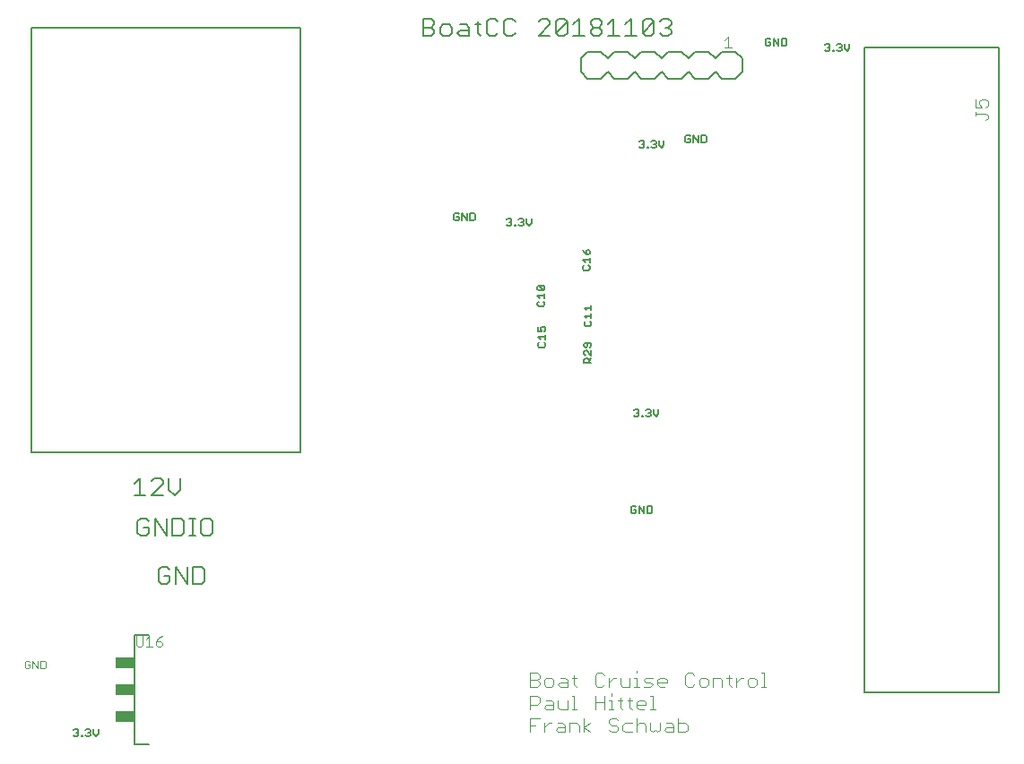
<source format=gto>
G04 EAGLE Gerber RS-274X export*
G75*
%MOMM*%
%FSLAX34Y34*%
%LPD*%
%INTop Silkscreen*%
%IPPOS*%
%AMOC8*
5,1,8,0,0,1.08239X$1,22.5*%
G01*
%ADD10C,0.152400*%
%ADD11C,0.127000*%
%ADD12C,0.076200*%
%ADD13C,0.101600*%
%ADD14C,0.203200*%
%ADD15R,1.900000X1.050000*%


D10*
X130788Y217520D02*
X128076Y220232D01*
X122653Y220232D01*
X119941Y217520D01*
X119941Y206674D01*
X122653Y203962D01*
X128076Y203962D01*
X130788Y206674D01*
X130788Y212097D01*
X125365Y212097D01*
X136313Y203962D02*
X136313Y220232D01*
X147159Y203962D01*
X147159Y220232D01*
X152684Y220232D02*
X152684Y203962D01*
X160819Y203962D01*
X163531Y206674D01*
X163531Y217520D01*
X160819Y220232D01*
X152684Y220232D01*
X169056Y203962D02*
X174479Y203962D01*
X171768Y203962D02*
X171768Y220232D01*
X174479Y220232D02*
X169056Y220232D01*
X182682Y220232D02*
X188105Y220232D01*
X182682Y220232D02*
X179970Y217520D01*
X179970Y206674D01*
X182682Y203962D01*
X188105Y203962D01*
X190817Y206674D01*
X190817Y217520D01*
X188105Y220232D01*
X122171Y258332D02*
X116747Y252909D01*
X122171Y258332D02*
X122171Y242062D01*
X127594Y242062D02*
X116747Y242062D01*
X133119Y242062D02*
X143965Y242062D01*
X133119Y242062D02*
X143965Y252909D01*
X143965Y255620D01*
X141254Y258332D01*
X135830Y258332D01*
X133119Y255620D01*
X149490Y258332D02*
X149490Y247485D01*
X154914Y242062D01*
X160337Y247485D01*
X160337Y258332D01*
X147742Y174512D02*
X150454Y171800D01*
X147742Y174512D02*
X142319Y174512D01*
X139607Y171800D01*
X139607Y160954D01*
X142319Y158242D01*
X147742Y158242D01*
X150454Y160954D01*
X150454Y166377D01*
X145031Y166377D01*
X155979Y158242D02*
X155979Y174512D01*
X166825Y158242D01*
X166825Y174512D01*
X172350Y174512D02*
X172350Y158242D01*
X180485Y158242D01*
X183197Y160954D01*
X183197Y171800D01*
X180485Y174512D01*
X172350Y174512D01*
D11*
X423473Y507682D02*
X422329Y508826D01*
X420041Y508826D01*
X418897Y507682D01*
X418897Y503106D01*
X420041Y501962D01*
X422329Y501962D01*
X423473Y503106D01*
X423473Y505394D01*
X421185Y505394D01*
X426381Y501962D02*
X426381Y508826D01*
X430957Y501962D01*
X430957Y508826D01*
X433865Y508826D02*
X433865Y501962D01*
X437297Y501962D01*
X438441Y503106D01*
X438441Y507682D01*
X437297Y508826D01*
X433865Y508826D01*
X468495Y502602D02*
X469639Y503746D01*
X471927Y503746D01*
X473071Y502602D01*
X473071Y501458D01*
X471927Y500314D01*
X470783Y500314D01*
X471927Y500314D02*
X473071Y499170D01*
X473071Y498026D01*
X471927Y496882D01*
X469639Y496882D01*
X468495Y498026D01*
X475979Y498026D02*
X475979Y496882D01*
X475979Y498026D02*
X477123Y498026D01*
X477123Y496882D01*
X475979Y496882D01*
X479721Y502602D02*
X480865Y503746D01*
X483153Y503746D01*
X484297Y502602D01*
X484297Y501458D01*
X483153Y500314D01*
X482009Y500314D01*
X483153Y500314D02*
X484297Y499170D01*
X484297Y498026D01*
X483153Y496882D01*
X480865Y496882D01*
X479721Y498026D01*
X487205Y499170D02*
X487205Y503746D01*
X487205Y499170D02*
X489493Y496882D01*
X491781Y499170D01*
X491781Y503746D01*
X716513Y674064D02*
X717657Y672920D01*
X716513Y674064D02*
X714225Y674064D01*
X713081Y672920D01*
X713081Y668344D01*
X714225Y667200D01*
X716513Y667200D01*
X717657Y668344D01*
X717657Y670632D01*
X715369Y670632D01*
X720565Y667200D02*
X720565Y674064D01*
X725141Y667200D01*
X725141Y674064D01*
X728049Y674064D02*
X728049Y667200D01*
X731481Y667200D01*
X732625Y668344D01*
X732625Y672920D01*
X731481Y674064D01*
X728049Y674064D01*
X768961Y667840D02*
X770105Y668984D01*
X772393Y668984D01*
X773537Y667840D01*
X773537Y666696D01*
X772393Y665552D01*
X771249Y665552D01*
X772393Y665552D02*
X773537Y664408D01*
X773537Y663264D01*
X772393Y662120D01*
X770105Y662120D01*
X768961Y663264D01*
X776445Y663264D02*
X776445Y662120D01*
X776445Y663264D02*
X777589Y663264D01*
X777589Y662120D01*
X776445Y662120D01*
X780187Y667840D02*
X781331Y668984D01*
X783619Y668984D01*
X784763Y667840D01*
X784763Y666696D01*
X783619Y665552D01*
X782475Y665552D01*
X783619Y665552D02*
X784763Y664408D01*
X784763Y663264D01*
X783619Y662120D01*
X781331Y662120D01*
X780187Y663264D01*
X787671Y664408D02*
X787671Y668984D01*
X787671Y664408D02*
X789959Y662120D01*
X792247Y664408D01*
X792247Y668984D01*
X589513Y232104D02*
X590657Y230960D01*
X589513Y232104D02*
X587225Y232104D01*
X586081Y230960D01*
X586081Y226384D01*
X587225Y225240D01*
X589513Y225240D01*
X590657Y226384D01*
X590657Y228672D01*
X588369Y228672D01*
X593565Y225240D02*
X593565Y232104D01*
X598141Y225240D01*
X598141Y232104D01*
X601049Y232104D02*
X601049Y225240D01*
X604481Y225240D01*
X605625Y226384D01*
X605625Y230960D01*
X604481Y232104D01*
X601049Y232104D01*
X588621Y322400D02*
X589765Y323544D01*
X592053Y323544D01*
X593197Y322400D01*
X593197Y321256D01*
X592053Y320112D01*
X590909Y320112D01*
X592053Y320112D02*
X593197Y318968D01*
X593197Y317824D01*
X592053Y316680D01*
X589765Y316680D01*
X588621Y317824D01*
X596105Y317824D02*
X596105Y316680D01*
X596105Y317824D02*
X597249Y317824D01*
X597249Y316680D01*
X596105Y316680D01*
X599847Y322400D02*
X600991Y323544D01*
X603279Y323544D01*
X604423Y322400D01*
X604423Y321256D01*
X603279Y320112D01*
X602135Y320112D01*
X603279Y320112D02*
X604423Y318968D01*
X604423Y317824D01*
X603279Y316680D01*
X600991Y316680D01*
X599847Y317824D01*
X607331Y318968D02*
X607331Y323544D01*
X607331Y318968D02*
X609619Y316680D01*
X611907Y318968D01*
X611907Y323544D01*
D12*
X674286Y672132D02*
X677421Y675267D01*
X677421Y665861D01*
X674286Y665861D02*
X680557Y665861D01*
D11*
X594845Y577544D02*
X593701Y576400D01*
X594845Y577544D02*
X597133Y577544D01*
X598277Y576400D01*
X598277Y575256D01*
X597133Y574112D01*
X595989Y574112D01*
X597133Y574112D02*
X598277Y572968D01*
X598277Y571824D01*
X597133Y570680D01*
X594845Y570680D01*
X593701Y571824D01*
X601185Y571824D02*
X601185Y570680D01*
X601185Y571824D02*
X602329Y571824D01*
X602329Y570680D01*
X601185Y570680D01*
X604927Y576400D02*
X606071Y577544D01*
X608359Y577544D01*
X609503Y576400D01*
X609503Y575256D01*
X608359Y574112D01*
X607215Y574112D01*
X608359Y574112D02*
X609503Y572968D01*
X609503Y571824D01*
X608359Y570680D01*
X606071Y570680D01*
X604927Y571824D01*
X612411Y572968D02*
X612411Y577544D01*
X612411Y572968D02*
X614699Y570680D01*
X616987Y572968D01*
X616987Y577544D01*
X640769Y582486D02*
X641913Y581342D01*
X640769Y582486D02*
X638481Y582486D01*
X637337Y581342D01*
X637337Y576766D01*
X638481Y575622D01*
X640769Y575622D01*
X641913Y576766D01*
X641913Y579054D01*
X639625Y579054D01*
X644821Y575622D02*
X644821Y582486D01*
X649397Y575622D01*
X649397Y582486D01*
X652305Y582486D02*
X652305Y575622D01*
X655737Y575622D01*
X656881Y576766D01*
X656881Y581342D01*
X655737Y582486D01*
X652305Y582486D01*
D12*
X18403Y84757D02*
X17175Y85985D01*
X14717Y85985D01*
X13489Y84757D01*
X13489Y79842D01*
X14717Y78613D01*
X17175Y78613D01*
X18403Y79842D01*
X18403Y82299D01*
X15946Y82299D01*
X20973Y78613D02*
X20973Y85985D01*
X25888Y78613D01*
X25888Y85985D01*
X28457Y85985D02*
X28457Y78613D01*
X32143Y78613D01*
X33372Y79842D01*
X33372Y84757D01*
X32143Y85985D01*
X28457Y85985D01*
D11*
X60699Y21146D02*
X59555Y20002D01*
X60699Y21146D02*
X62987Y21146D01*
X64131Y20002D01*
X64131Y18858D01*
X62987Y17714D01*
X61843Y17714D01*
X62987Y17714D02*
X64131Y16570D01*
X64131Y15426D01*
X62987Y14282D01*
X60699Y14282D01*
X59555Y15426D01*
X67039Y15426D02*
X67039Y14282D01*
X67039Y15426D02*
X68183Y15426D01*
X68183Y14282D01*
X67039Y14282D01*
X70781Y20002D02*
X71925Y21146D01*
X74213Y21146D01*
X75357Y20002D01*
X75357Y18858D01*
X74213Y17714D01*
X73069Y17714D01*
X74213Y17714D02*
X75357Y16570D01*
X75357Y15426D01*
X74213Y14282D01*
X71925Y14282D01*
X70781Y15426D01*
X78265Y16570D02*
X78265Y21146D01*
X78265Y16570D02*
X80553Y14282D01*
X82841Y16570D01*
X82841Y21146D01*
D13*
X490728Y60960D02*
X490728Y74179D01*
X497338Y74179D01*
X499541Y71976D01*
X499541Y69773D01*
X497338Y67570D01*
X499541Y65366D01*
X499541Y63163D01*
X497338Y60960D01*
X490728Y60960D01*
X490728Y67570D02*
X497338Y67570D01*
X506028Y60960D02*
X510435Y60960D01*
X512638Y63163D01*
X512638Y67570D01*
X510435Y69773D01*
X506028Y69773D01*
X503825Y67570D01*
X503825Y63163D01*
X506028Y60960D01*
X519126Y69773D02*
X523532Y69773D01*
X525735Y67570D01*
X525735Y60960D01*
X519126Y60960D01*
X516923Y63163D01*
X519126Y65366D01*
X525735Y65366D01*
X532223Y63163D02*
X532223Y71976D01*
X532223Y63163D02*
X534426Y60960D01*
X534426Y69773D02*
X530020Y69773D01*
X558458Y74179D02*
X560661Y71976D01*
X558458Y74179D02*
X554052Y74179D01*
X551849Y71976D01*
X551849Y63163D01*
X554052Y60960D01*
X558458Y60960D01*
X560661Y63163D01*
X564946Y60960D02*
X564946Y69773D01*
X569352Y69773D02*
X564946Y65366D01*
X569352Y69773D02*
X571555Y69773D01*
X575860Y69773D02*
X575860Y63163D01*
X578063Y60960D01*
X584673Y60960D01*
X584673Y69773D01*
X588957Y69773D02*
X591161Y69773D01*
X591161Y60960D01*
X593364Y60960D02*
X588957Y60960D01*
X591161Y74179D02*
X591161Y76383D01*
X597689Y60960D02*
X604299Y60960D01*
X606502Y63163D01*
X604299Y65366D01*
X599892Y65366D01*
X597689Y67570D01*
X599892Y69773D01*
X606502Y69773D01*
X612989Y60960D02*
X617396Y60960D01*
X612989Y60960D02*
X610786Y63163D01*
X610786Y67570D01*
X612989Y69773D01*
X617396Y69773D01*
X619599Y67570D01*
X619599Y65366D01*
X610786Y65366D01*
X643590Y74179D02*
X645793Y71976D01*
X643590Y74179D02*
X639184Y74179D01*
X636981Y71976D01*
X636981Y63163D01*
X639184Y60960D01*
X643590Y60960D01*
X645793Y63163D01*
X652281Y60960D02*
X656688Y60960D01*
X658891Y63163D01*
X658891Y67570D01*
X656688Y69773D01*
X652281Y69773D01*
X650078Y67570D01*
X650078Y63163D01*
X652281Y60960D01*
X663175Y60960D02*
X663175Y69773D01*
X669785Y69773D01*
X671988Y67570D01*
X671988Y60960D01*
X678476Y63163D02*
X678476Y71976D01*
X678476Y63163D02*
X680679Y60960D01*
X680679Y69773D02*
X676272Y69773D01*
X685004Y69773D02*
X685004Y60960D01*
X685004Y65366D02*
X689410Y69773D01*
X691614Y69773D01*
X698121Y60960D02*
X702528Y60960D01*
X704731Y63163D01*
X704731Y67570D01*
X702528Y69773D01*
X698121Y69773D01*
X695918Y67570D01*
X695918Y63163D01*
X698121Y60960D01*
X709016Y74179D02*
X711219Y74179D01*
X711219Y60960D01*
X709016Y60960D02*
X713422Y60960D01*
X490728Y52843D02*
X490728Y39624D01*
X490728Y52843D02*
X497338Y52843D01*
X499541Y50640D01*
X499541Y46234D01*
X497338Y44030D01*
X490728Y44030D01*
X506028Y48437D02*
X510435Y48437D01*
X512638Y46234D01*
X512638Y39624D01*
X506028Y39624D01*
X503825Y41827D01*
X506028Y44030D01*
X512638Y44030D01*
X516923Y41827D02*
X516923Y48437D01*
X516923Y41827D02*
X519126Y39624D01*
X525735Y39624D01*
X525735Y48437D01*
X530020Y52843D02*
X532223Y52843D01*
X532223Y39624D01*
X530020Y39624D02*
X534426Y39624D01*
X551849Y39624D02*
X551849Y52843D01*
X551849Y46234D02*
X560661Y46234D01*
X560661Y52843D02*
X560661Y39624D01*
X564946Y48437D02*
X567149Y48437D01*
X567149Y39624D01*
X564946Y39624D02*
X569352Y39624D01*
X567149Y52843D02*
X567149Y55047D01*
X575880Y50640D02*
X575880Y41827D01*
X578084Y39624D01*
X578084Y48437D02*
X573677Y48437D01*
X584612Y50640D02*
X584612Y41827D01*
X586815Y39624D01*
X586815Y48437D02*
X582409Y48437D01*
X593343Y39624D02*
X597750Y39624D01*
X593343Y39624D02*
X591140Y41827D01*
X591140Y46234D01*
X593343Y48437D01*
X597750Y48437D01*
X599953Y46234D01*
X599953Y44030D01*
X591140Y44030D01*
X604238Y52843D02*
X606441Y52843D01*
X606441Y39624D01*
X604238Y39624D02*
X608644Y39624D01*
X490728Y31507D02*
X490728Y18288D01*
X490728Y31507D02*
X499541Y31507D01*
X495134Y24898D02*
X490728Y24898D01*
X503825Y27101D02*
X503825Y18288D01*
X503825Y22694D02*
X508232Y27101D01*
X510435Y27101D01*
X516943Y27101D02*
X521349Y27101D01*
X523552Y24898D01*
X523552Y18288D01*
X516943Y18288D01*
X514740Y20491D01*
X516943Y22694D01*
X523552Y22694D01*
X527837Y18288D02*
X527837Y27101D01*
X534447Y27101D01*
X536650Y24898D01*
X536650Y18288D01*
X540934Y18288D02*
X540934Y31507D01*
X540934Y22694D02*
X547544Y18288D01*
X540934Y22694D02*
X547544Y27101D01*
X571555Y31507D02*
X573759Y29304D01*
X571555Y31507D02*
X567149Y31507D01*
X564946Y29304D01*
X564946Y27101D01*
X567149Y24898D01*
X571555Y24898D01*
X573759Y22694D01*
X573759Y20491D01*
X571555Y18288D01*
X567149Y18288D01*
X564946Y20491D01*
X580246Y27101D02*
X586856Y27101D01*
X580246Y27101D02*
X578043Y24898D01*
X578043Y20491D01*
X580246Y18288D01*
X586856Y18288D01*
X591140Y18288D02*
X591140Y31507D01*
X593343Y27101D02*
X591140Y24898D01*
X593343Y27101D02*
X597750Y27101D01*
X599953Y24898D01*
X599953Y18288D01*
X604238Y20491D02*
X604238Y27101D01*
X604238Y20491D02*
X606441Y18288D01*
X608644Y20491D01*
X610847Y18288D01*
X613050Y20491D01*
X613050Y27101D01*
X619538Y27101D02*
X623944Y27101D01*
X626148Y24898D01*
X626148Y18288D01*
X619538Y18288D01*
X617335Y20491D01*
X619538Y22694D01*
X626148Y22694D01*
X630432Y18288D02*
X630432Y31507D01*
X630432Y18288D02*
X637042Y18288D01*
X639245Y20491D01*
X639245Y24898D01*
X637042Y27101D01*
X630432Y27101D01*
D10*
X389382Y676402D02*
X389382Y692672D01*
X397517Y692672D01*
X400229Y689960D01*
X400229Y687249D01*
X397517Y684537D01*
X400229Y681825D01*
X400229Y679114D01*
X397517Y676402D01*
X389382Y676402D01*
X389382Y684537D02*
X397517Y684537D01*
X408465Y676402D02*
X413889Y676402D01*
X416600Y679114D01*
X416600Y684537D01*
X413889Y687249D01*
X408465Y687249D01*
X405754Y684537D01*
X405754Y679114D01*
X408465Y676402D01*
X424837Y687249D02*
X430260Y687249D01*
X432972Y684537D01*
X432972Y676402D01*
X424837Y676402D01*
X422125Y679114D01*
X424837Y681825D01*
X432972Y681825D01*
X441208Y679114D02*
X441208Y689960D01*
X441208Y679114D02*
X443920Y676402D01*
X443920Y687249D02*
X438497Y687249D01*
X457546Y692672D02*
X460258Y689960D01*
X457546Y692672D02*
X452123Y692672D01*
X449411Y689960D01*
X449411Y679114D01*
X452123Y676402D01*
X457546Y676402D01*
X460258Y679114D01*
X473918Y692672D02*
X476629Y689960D01*
X473918Y692672D02*
X468494Y692672D01*
X465783Y689960D01*
X465783Y679114D01*
X468494Y676402D01*
X473918Y676402D01*
X476629Y679114D01*
X498526Y676402D02*
X509372Y676402D01*
X498526Y676402D02*
X509372Y687249D01*
X509372Y689960D01*
X506661Y692672D01*
X501237Y692672D01*
X498526Y689960D01*
X514897Y689960D02*
X514897Y679114D01*
X514897Y689960D02*
X517609Y692672D01*
X523032Y692672D01*
X525744Y689960D01*
X525744Y679114D01*
X523032Y676402D01*
X517609Y676402D01*
X514897Y679114D01*
X525744Y689960D01*
X531269Y687249D02*
X536692Y692672D01*
X536692Y676402D01*
X531269Y676402D02*
X542115Y676402D01*
X547640Y689960D02*
X550352Y692672D01*
X555775Y692672D01*
X558487Y689960D01*
X558487Y687249D01*
X555775Y684537D01*
X558487Y681825D01*
X558487Y679114D01*
X555775Y676402D01*
X550352Y676402D01*
X547640Y679114D01*
X547640Y681825D01*
X550352Y684537D01*
X547640Y687249D01*
X547640Y689960D01*
X550352Y684537D02*
X555775Y684537D01*
X564012Y687249D02*
X569435Y692672D01*
X569435Y676402D01*
X564012Y676402D02*
X574859Y676402D01*
X580384Y687249D02*
X585807Y692672D01*
X585807Y676402D01*
X580384Y676402D02*
X591230Y676402D01*
X596755Y679114D02*
X596755Y689960D01*
X599467Y692672D01*
X604890Y692672D01*
X607602Y689960D01*
X607602Y679114D01*
X604890Y676402D01*
X599467Y676402D01*
X596755Y679114D01*
X607602Y689960D01*
X613127Y689960D02*
X615838Y692672D01*
X621262Y692672D01*
X623973Y689960D01*
X623973Y687249D01*
X621262Y684537D01*
X618550Y684537D01*
X621262Y684537D02*
X623973Y681825D01*
X623973Y679114D01*
X621262Y676402D01*
X615838Y676402D01*
X613127Y679114D01*
D11*
X806450Y665480D02*
X933450Y665480D01*
X806450Y665480D02*
X806450Y55880D01*
X933450Y55880D01*
X933450Y665480D01*
D13*
X922782Y598829D02*
X920833Y596880D01*
X922782Y598829D02*
X922782Y600778D01*
X920833Y602727D01*
X911088Y602727D01*
X911088Y600778D02*
X911088Y604676D01*
X911088Y608574D02*
X911088Y616370D01*
X911088Y608574D02*
X916935Y608574D01*
X914986Y612472D01*
X914986Y614421D01*
X916935Y616370D01*
X920833Y616370D01*
X922782Y614421D01*
X922782Y610523D01*
X920833Y608574D01*
D11*
X273304Y683768D02*
X19304Y683768D01*
X19304Y282448D01*
X273304Y282448D01*
X273304Y683768D01*
X274066Y683768D01*
D14*
X684530Y636270D02*
X690880Y642620D01*
X684530Y636270D02*
X671830Y636270D01*
X665480Y642620D01*
X659130Y636270D01*
X646430Y636270D01*
X640080Y642620D01*
X633730Y636270D01*
X621030Y636270D01*
X614680Y642620D01*
X608330Y636270D01*
X595630Y636270D01*
X589280Y642620D01*
X582930Y636270D01*
X570230Y636270D01*
X563880Y642620D01*
X557530Y636270D01*
X544830Y636270D01*
X538480Y642620D01*
X538480Y655320D01*
X544830Y661670D01*
X557530Y661670D01*
X563880Y655320D01*
X570230Y661670D01*
X582930Y661670D01*
X589280Y655320D01*
X595630Y661670D01*
X608330Y661670D01*
X614680Y655320D01*
X621030Y661670D01*
X633730Y661670D01*
X640080Y655320D01*
X646430Y661670D01*
X659130Y661670D01*
X665480Y655320D01*
X671830Y661670D01*
X684530Y661670D01*
X690880Y655320D01*
X690880Y642620D01*
X116810Y110420D02*
X116810Y6420D01*
X116810Y110420D02*
X130810Y110420D01*
X130810Y6420D02*
X116810Y6420D01*
D15*
X108310Y58420D03*
X108310Y83820D03*
X108310Y33020D03*
D12*
X118491Y101009D02*
X118491Y108847D01*
X118491Y101009D02*
X120059Y99441D01*
X123194Y99441D01*
X124762Y101009D01*
X124762Y108847D01*
X127846Y105712D02*
X130982Y108847D01*
X130982Y99441D01*
X134117Y99441D02*
X127846Y99441D01*
X140337Y107279D02*
X143472Y108847D01*
X140337Y107279D02*
X137201Y104144D01*
X137201Y101009D01*
X138769Y99441D01*
X141904Y99441D01*
X143472Y101009D01*
X143472Y102576D01*
X141904Y104144D01*
X137201Y104144D01*
D10*
X497585Y424367D02*
X498686Y425469D01*
X497585Y424367D02*
X497585Y422164D01*
X498686Y421062D01*
X503093Y421062D01*
X504195Y422164D01*
X504195Y424367D01*
X503093Y425469D01*
X499788Y428546D02*
X497585Y430750D01*
X504195Y430750D01*
X504195Y432953D02*
X504195Y428546D01*
X503093Y436031D02*
X498686Y436031D01*
X497585Y437132D01*
X497585Y439335D01*
X498686Y440437D01*
X503093Y440437D01*
X504195Y439335D01*
X504195Y437132D01*
X503093Y436031D01*
X498686Y440437D01*
X540346Y458298D02*
X541447Y459400D01*
X540346Y458298D02*
X540346Y456095D01*
X541447Y454994D01*
X545854Y454994D01*
X546955Y456095D01*
X546955Y458298D01*
X545854Y459400D01*
X542549Y462478D02*
X540346Y464681D01*
X546955Y464681D01*
X546955Y462478D02*
X546955Y466884D01*
X541447Y472165D02*
X540346Y474368D01*
X541447Y472165D02*
X543651Y469962D01*
X545854Y469962D01*
X546955Y471063D01*
X546955Y473267D01*
X545854Y474368D01*
X544752Y474368D01*
X543651Y473267D01*
X543651Y469962D01*
X499183Y386659D02*
X498082Y385557D01*
X498082Y383354D01*
X499183Y382252D01*
X503590Y382252D01*
X504691Y383354D01*
X504691Y385557D01*
X503590Y386659D01*
X500285Y389737D02*
X498082Y391940D01*
X504691Y391940D01*
X504691Y389737D02*
X504691Y394143D01*
X498082Y397221D02*
X498082Y401627D01*
X498082Y397221D02*
X501387Y397221D01*
X500285Y399424D01*
X500285Y400525D01*
X501387Y401627D01*
X503590Y401627D01*
X504691Y400525D01*
X504691Y398322D01*
X503590Y397221D01*
X541577Y367131D02*
X548186Y367131D01*
X541577Y367131D02*
X541577Y370436D01*
X542678Y371537D01*
X544882Y371537D01*
X545983Y370436D01*
X545983Y367131D01*
X545983Y369334D02*
X548186Y371537D01*
X548186Y374615D02*
X548186Y379021D01*
X548186Y374615D02*
X543780Y379021D01*
X542678Y379021D01*
X541577Y377920D01*
X541577Y375717D01*
X542678Y374615D01*
X547085Y382099D02*
X548186Y383201D01*
X548186Y385404D01*
X547085Y386506D01*
X542678Y386506D01*
X541577Y385404D01*
X541577Y383201D01*
X542678Y382099D01*
X543780Y382099D01*
X544882Y383201D01*
X544882Y386506D01*
X541764Y405395D02*
X542866Y406496D01*
X541764Y405395D02*
X541764Y403191D01*
X542866Y402090D01*
X547272Y402090D01*
X548374Y403191D01*
X548374Y405395D01*
X547272Y406496D01*
X543967Y409574D02*
X541764Y411777D01*
X548374Y411777D01*
X548374Y409574D02*
X548374Y413980D01*
X543967Y417058D02*
X541764Y419261D01*
X548374Y419261D01*
X548374Y417058D02*
X548374Y421464D01*
M02*

</source>
